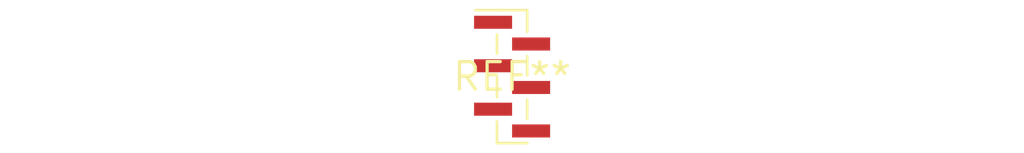
<source format=kicad_pcb>
(kicad_pcb (version 20240108) (generator pcbnew)
  (layers (0 "F.Cu" signal) (31 "B.Cu" signal) (34 "B.Paste" user) (35 "F.Paste" user) (36 "B.SilkS" user "B.Silkscreen") (37 "F.SilkS" user "F.Silkscreen") (38 "B.Mask" user) (39 "F.Mask" user) (44 "Edge.Cuts" user))
  (net 0 "")
  (footprint "PinHeader_1x06_P1.00mm_Vertical_SMD_Pin1Left" (layer "F.Cu") (at 0 0)
    (property "Reference" "REF**")
    (property "Value" "PinHeader_1x06_P1.00mm_Vertical_SMD_Pin1Left")
    (fp_line (start -0.695 -3.06) (end -1.69 -3.06) (layer "F.SilkS") (stroke (width 0.12)))
    (fp_line (start -0.695 -3.06) (end -0.695 -3.06) (layer "F.SilkS") (stroke (width 0.12)))
    (fp_line (start -0.695 -3.06) (end 0.695 -3.06) (layer "F.SilkS") (stroke (width 0.12)))
    (fp_line (start -0.695 -1.94) (end -0.695 -1.06) (layer "F.SilkS") (stroke (width 0.12)))
    (fp_line (start -0.695 0.06) (end -0.695 0.94) (layer "F.SilkS") (stroke (width 0.12)))
    (fp_line (start -0.695 2.06) (end -0.695 3.06) (layer "F.SilkS") (stroke (width 0.12)))
    (fp_line (start -0.695 3.06) (end 0.695 3.06) (layer "F.SilkS") (stroke (width 0.12)))
    (fp_line (start 0.695 -3.06) (end 0.695 -2.06) (layer "F.SilkS") (stroke (width 0.12)))
    (fp_line (start 0.695 -0.94) (end 0.695 -0.06) (layer "F.SilkS") (stroke (width 0.12)))
    (fp_line (start 0.695 1.06) (end 0.695 1.94) (layer "F.SilkS") (stroke (width 0.12)))
    (fp_line (start 0.695 3.06) (end 0.695 3.06) (layer "F.SilkS") (stroke (width 0.12)))
    (pad "1" smd rect (at -0.875 -2.5) (size 1.75 0.6) (layers "F.Cu" "F.Paste" "F.Mask"))
    (pad "2" smd rect (at 0.875 -1.5) (size 1.75 0.6) (layers "F.Cu" "F.Paste" "F.Mask"))
    (pad "3" smd rect (at -0.875 -0.5) (size 1.75 0.6) (layers "F.Cu" "F.Paste" "F.Mask"))
    (pad "4" smd rect (at 0.875 0.5) (size 1.75 0.6) (layers "F.Cu" "F.Paste" "F.Mask"))
    (pad "5" smd rect (at -0.875 1.5) (size 1.75 0.6) (layers "F.Cu" "F.Paste" "F.Mask"))
    (pad "6" smd rect (at 0.875 2.5) (size 1.75 0.6) (layers "F.Cu" "F.Paste" "F.Mask"))
  )
)
</source>
